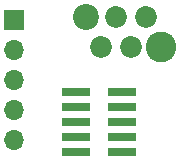
<source format=gbr>
%TF.GenerationSoftware,KiCad,Pcbnew,5.1.8-db9833491~88~ubuntu20.10.1*%
%TF.CreationDate,2020-12-02T23:45:44-06:00*%
%TF.ProjectId,skedd_swd_adapter,736b6564-645f-4737-9764-5f6164617074,rev?*%
%TF.SameCoordinates,Original*%
%TF.FileFunction,Soldermask,Top*%
%TF.FilePolarity,Negative*%
%FSLAX46Y46*%
G04 Gerber Fmt 4.6, Leading zero omitted, Abs format (unit mm)*
G04 Created by KiCad (PCBNEW 5.1.8-db9833491~88~ubuntu20.10.1) date 2020-12-02 23:45:44*
%MOMM*%
%LPD*%
G01*
G04 APERTURE LIST*
%ADD10R,2.400000X0.740000*%
%ADD11O,1.700000X1.700000*%
%ADD12R,1.700000X1.700000*%
%ADD13C,2.600000*%
%ADD14C,2.200000*%
%ADD15C,1.850000*%
G04 APERTURE END LIST*
D10*
%TO.C,J1*%
X35055001Y-31430001D03*
X31155001Y-31430001D03*
X35055001Y-30160001D03*
X31155001Y-30160001D03*
X35055001Y-28890001D03*
X31155001Y-28890001D03*
X35055001Y-27620001D03*
X31155001Y-27620001D03*
X35055001Y-26350001D03*
X31155001Y-26350001D03*
%TD*%
D11*
%TO.C,J2*%
X25955001Y-30400001D03*
X25955001Y-27860001D03*
X25955001Y-25320001D03*
X25955001Y-22780001D03*
D12*
X25955001Y-20240001D03*
%TD*%
D13*
%TO.C,J3*%
X38340001Y-22560001D03*
D14*
X32030001Y-20020001D03*
D15*
X37110001Y-20020001D03*
X35840001Y-22560001D03*
X34570001Y-20020001D03*
X33300001Y-22560001D03*
%TD*%
M02*

</source>
